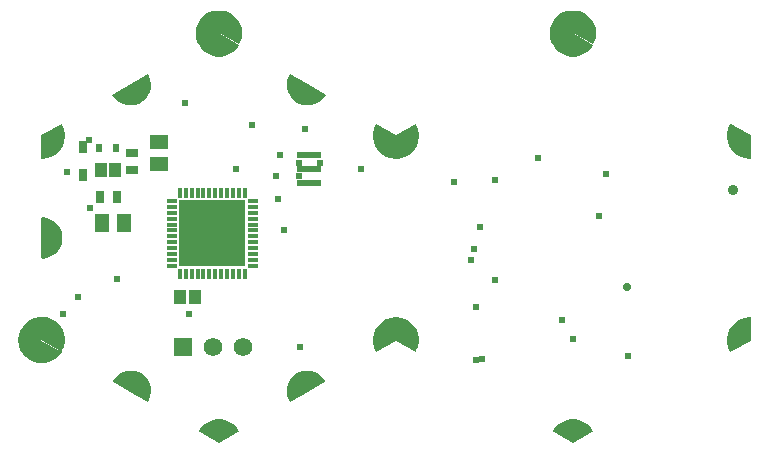
<source format=gbr>
%FSTAX23Y23*%
%MOIN*%
%SFA1B1*%

%IPPOS*%
%AMD57*
4,1,8,-0.023700,0.000000,-0.023700,0.000000,0.000000,-0.023700,0.000000,-0.023700,0.023700,0.000000,0.023700,0.000000,0.000000,0.023700,0.000000,0.023700,-0.023700,0.000000,0.0*
1,1,0.047370,0.000000,0.000000*
1,1,0.047370,0.000000,0.000000*
1,1,0.047370,0.000000,0.000000*
1,1,0.047370,0.000000,0.000000*
%
%AMD60*
4,1,8,-0.011800,0.020500,-0.011800,0.020500,-0.020500,-0.011800,-0.020500,-0.011800,0.011900,-0.020500,0.011900,-0.020500,0.020500,0.011800,0.020500,0.011800,-0.011800,0.020500,0.0*
1,1,0.047370,0.000000,0.000000*
1,1,0.047370,0.000000,0.000000*
1,1,0.047370,0.000000,0.000000*
1,1,0.047370,0.000000,0.000000*
%
%AMD61*
4,1,8,-0.011800,-0.020500,-0.011800,-0.020500,0.020500,-0.011800,0.020500,-0.011800,0.011800,0.020500,0.011800,0.020500,-0.020500,0.011800,-0.020500,0.011800,-0.011800,-0.020500,0.0*
1,1,0.047370,0.000000,0.000000*
1,1,0.047370,0.000000,0.000000*
1,1,0.047370,0.000000,0.000000*
1,1,0.047370,0.000000,0.000000*
%
%ADD32C,0.035000*%
%ADD33C,0.028000*%
%ADD34C,0.061811*%
%ADD35R,0.061811X0.061811*%
%ADD38R,0.033465X0.011811*%
%ADD41R,0.224409X0.224409*%
%ADD43R,0.011811X0.033465*%
%ADD47R,0.023622X0.031496*%
%ADD56R,0.029134X0.038976*%
G04~CAMADD=57~8~0.0~0.0~473.7~473.7~236.9~0.0~15~0.0~0.0~0.0~0.0~0~0.0~0.0~0.0~0.0~0~0.0~0.0~0.0~90.0~474.0~473.0*
%ADD57D57*%
G04~CAMADD=60~8~0.0~0.0~473.7~473.7~236.9~0.0~15~0.0~0.0~0.0~0.0~0~0.0~0.0~0.0~0.0~0~0.0~0.0~0.0~30.0~474.0~473.0*
%ADD60D60*%
G04~CAMADD=61~8~0.0~0.0~473.7~473.7~236.9~0.0~15~0.0~0.0~0.0~0.0~0~0.0~0.0~0.0~0.0~0~0.0~0.0~0.0~150.0~474.0~473.0*
%ADD61D61*%
%ADD62C,0.023748*%
%ADD63R,0.082803X0.023750*%
%ADD64R,0.039496X0.045401*%
%ADD65R,0.027685X0.043433*%
%ADD66R,0.038976X0.029134*%
%ADD67R,0.051000X0.063000*%
%ADD68R,0.063000X0.051000*%
G36*
X00604Y00755D02*
X00619Y00749D01*
X00632Y00739*
X00643Y00728*
X00651Y00714*
X00656Y00699*
X00658Y00683*
X00657Y00667*
X00652Y00652*
X00648Y00645*
X00581Y00684*
X00513Y00645*
X00509Y00652*
X00505Y00667*
X00503Y00683*
X00505Y00699*
X0051Y00714*
X00519Y00728*
X00529Y00739*
X00542Y00749*
X00557Y00755*
X00573Y00758*
X00589*
X00604Y00755*
G37*
G36*
X-00576D02*
X-00561Y00749D01*
X-00548Y00739*
X-00537Y00728*
X-00529Y00714*
X-00524Y00699*
X-00522Y00683*
X-00523Y00667*
X-00528Y00652*
X-00532Y00645*
X-006Y00684*
X-00667Y00645*
X-00671Y00652*
X-00676Y00667*
X-00677Y00683*
X-00675Y00699*
X-0067Y00714*
X-00662Y00728*
X-00651Y00739*
X-00638Y00749*
X-00623Y00755*
X-00607Y00758*
X-00592*
X-00576Y00755*
G37*
G36*
X00648Y00644D02*
X00645Y00638D01*
X00636Y00628*
X00626Y00619*
X00614Y00612*
X00601Y00607*
X00588Y00604*
X00574Y00604*
X0056Y00607*
X00547Y00612*
X00535Y00619*
X00525Y00628*
X00516Y00639*
X00513Y00645*
X00581Y00684*
X00648Y00644*
G37*
G36*
X-00532D02*
X-00535Y00638D01*
X-00544Y00628*
X-00554Y00619*
X-00566Y00612*
X-00579Y00607*
X-00593Y00604*
X-00606Y00604*
X-0062Y00607*
X-00633Y00612*
X-00645Y00619*
X-00655Y00628*
X-00664Y00639*
X-00667Y00645*
X-00599Y00684*
X-00532Y00644*
G37*
G36*
X-00363Y00547D02*
X-00363Y00547D01*
X-00303Y00513*
X-00244Y00478*
X-00244Y00478*
X-00244Y00478*
X-00247Y00472*
X-00256Y00462*
X-00267Y00453*
X-00279Y00447*
X-00292Y00443*
X-00306Y00442*
X-0032Y00443*
X-00333Y00448*
X-00339Y00451*
X-00345Y00455*
X-00355Y00464*
X-00363Y00475*
X-00369Y00487*
X-00373Y00501*
X-00374Y00515*
X-00371Y00528*
X-00367Y00541*
X-00363Y00547*
X-00363Y00547*
G37*
G36*
X-00833Y00541D02*
X-00828Y00528D01*
X-00826Y00515*
X-00826Y00501*
X-0083Y00487*
X-00836Y00475*
X-00844Y00464*
X-00854Y00455*
X-00866Y00448*
X-00879Y00443*
X-00893Y00442*
X-00907Y00443*
X-0092Y00447*
X-00932Y00453*
X-00943Y00462*
X-00952Y00472*
X-00955Y00478*
X-00955*
X-00836Y00547*
X-00833Y00541*
G37*
G36*
X-01124Y00381D02*
D01*
X-01124*
X-01124*
G37*
G36*
X-00009Y00343D02*
X00056Y00381D01*
X00059Y00375*
X00064Y00362*
X00067Y00348*
X00067Y00335*
X00065Y00321*
X0006Y00308*
X00053Y00296*
X00044Y00286*
X00034Y00277*
X00022Y0027*
X00009Y00266*
X-00004Y00264*
X-00009Y00264*
X-00014Y00264*
X-00027Y00266*
X-00041Y0027*
X-00053Y00277*
X-00063Y00286*
X-00072Y00296*
X-00079Y00308*
X-00084Y00321*
X-00086Y00335*
X-00086Y00348*
X-00083Y00362*
X-00078Y00375*
X-00075Y00381*
X-00009Y00343*
G37*
G36*
X-01124Y0038D02*
X-01124Y00381D01*
X-01121Y00375*
X-01116Y00362*
X-01113Y00348*
X-01113Y00335*
X-01115Y00321*
X-0112Y00308*
X-01127Y00296*
X-01136Y00286*
X-01146Y00277*
X-01146Y00277*
X-01146Y00277*
X-01159Y0027*
X-01172Y00265*
X-01185Y00263*
X-01192Y00264*
X-01192Y00342*
X-01124Y00381*
X-01124Y0038*
G37*
G36*
X01106Y0038D02*
X01106Y0038D01*
X01132Y00366*
X01173Y00342*
Y00342*
X01173Y00341*
X01173Y00294*
Y00264*
X01173Y00264*
Y00263*
X01166Y00263*
X01153Y00265*
X0114Y0027*
X01128Y00277*
X01117Y00285*
X01108Y00296*
X01105Y00302*
X01101Y00308*
X01096Y00321*
X01094Y00335*
X01094Y00348*
X01097Y00362*
X01102Y00375*
X01105Y00381*
X01106Y0038*
G37*
G36*
X-01171Y00066D02*
X-01159Y00061D01*
X-01147Y00054*
X-01137Y00044*
X-01129Y00033*
X-01124Y0002*
X-01121Y00006*
Y-00006*
X-01124Y-0002*
X-01129Y-00033*
X-01137Y-00044*
X-01147Y-00054*
X-01159Y-00061*
X-01171Y-00066*
X-01172Y-00066*
X-01172Y-00066*
X-01185Y-00069*
X-01192Y-00068*
X-01192Y00068*
X-01192Y00068*
Y00068*
X-01185Y00069*
X-01171Y00066*
G37*
G36*
X01173Y-00264D02*
D01*
Y-00342*
X01105Y-00381*
X01102Y-00375*
X01097Y-00362*
X01094Y-00348*
X01094Y-00335*
X01096Y-00321*
X01101Y-00308*
X01108Y-00296*
X01117Y-00286*
X01128Y-00277*
X0114Y-0027*
X01153Y-00266*
X01166Y-00264*
X01173Y-00264*
G37*
G36*
X00009Y-00266D02*
X00022Y-0027D01*
X00034Y-00277*
X00044Y-00286*
X00053Y-00296*
X0006Y-00308*
X00065Y-00321*
X00067Y-00335*
X00067Y-00348*
X00064Y-00362*
X00059Y-00375*
X00056Y-00381*
X-00009Y-00343*
X-00075Y-00381*
X-00078Y-00375*
X-00083Y-00362*
X-00086Y-00348*
X-00086Y-00335*
X-00084Y-00321*
X-00079Y-00308*
X-00072Y-00296*
X-00063Y-00286*
X-00053Y-00277*
X-00041Y-0027*
X-00027Y-00266*
X-00014Y-00264*
X-00009Y-00264*
X-00004Y-00264*
X00009Y-00266*
G37*
G36*
X-01171Y-00265D02*
X-01158Y-0027D01*
X-01146Y-00277*
X-01136Y-00285*
X-01127Y-00296*
X-0112Y-00308*
X-01115Y-00321*
X-01113Y-00334*
X-01113Y-00348*
X-01116Y-00362*
X-01121Y-00375*
X-01124Y-0038*
X-01192Y-00341*
X-01192Y-00263*
X-01185Y-00263*
X-01171Y-00265*
G37*
G36*
X00056Y-00381D02*
D01*
G37*
G36*
X-01192Y-00342D02*
X-01124Y-00381D01*
X-01129Y-00387*
X-0114Y-00399*
X-01153Y-00408*
X-01167Y-00414*
X-01183Y-00418*
X-01199Y-00417*
X-01215Y-00414*
X-01229Y-00407*
X-01242Y-00398*
X-01253Y-00386*
X-01261Y-00372*
X-01266Y-00357*
X-01268Y-00341*
X-01266Y-00325*
X-01261Y-0031*
X-01253Y-00296*
X-01243Y-00284*
X-0123Y-00274*
X-01216Y-00267*
X-012Y-00264*
X-01192Y-00264*
X-01192Y-00342*
G37*
G36*
X-00292Y-00443D02*
X-00279Y-00447D01*
X-00267Y-00453*
X-00256Y-00462*
X-00247Y-00472*
X-00244Y-00478*
X-00303Y-00513*
X-00363Y-00547*
X-00366Y-00541*
X-00371Y-00528*
X-00373Y-00515*
X-00373Y-00501*
X-00369Y-00487*
X-00363Y-00475*
X-00355Y-00464*
X-00345Y-00455*
X-00333Y-00448*
X-0032Y-00443*
X-00306Y-00442*
X-00292Y-00443*
G37*
G36*
X-00879Y-00443D02*
X-00866Y-00448D01*
X-0086Y-00451*
X-00854Y-00455*
X-00844Y-00464*
X-00836Y-00475*
X-0083Y-00487*
X-00826Y-00501*
X-00825Y-00515*
X-00828Y-00528*
X-00832Y-00541*
X-00836Y-00547*
X-00836Y-00547*
X-00836Y-00547*
X-00896Y-00513*
X-00955Y-00478*
X-00955Y-00478*
X-00955Y-00478*
X-00952Y-00472*
X-00943Y-00462*
X-00932Y-00453*
X-0092Y-00447*
X-00907Y-00443*
X-00893Y-00442*
X-00879Y-00443*
G37*
G36*
X00587Y-00604D02*
X00601Y-00607D01*
X00614Y-00612*
X00626Y-00619*
X00636Y-00628*
X00645Y-00639*
X00648Y-00645*
X00645Y-00647*
X00645Y-00647*
X00581Y-00684*
X00516Y-00647*
X00516Y-00646*
X00513Y-00644*
X00516Y-00638*
X00525Y-00628*
X00535Y-00619*
X00547Y-00612*
X0056Y-00607*
X00574Y-00604*
X00587Y-00604*
G37*
G36*
X-00593D02*
X-00579Y-00607D01*
X-00566Y-00612*
X-00554Y-00619*
X-00544Y-00628*
X-00535Y-00639*
X-00532Y-00645*
X-00535Y-00647*
X-00535Y-00647*
X-006Y-00684*
X-00664Y-00647*
X-00664Y-00646*
X-00667Y-00644*
X-00664Y-00638*
X-00655Y-00628*
X-00645Y-00619*
X-00633Y-00612*
X-0062Y-00607*
X-00606Y-00604*
X-00593Y-00604*
G37*
G54D32*
X01114Y00161D03*
G54D33*
X0076Y-00165D03*
G54D34*
X-00518Y-00362D03*
X-00618D03*
G54D35*
X-00718Y-00362D03*
G54D38*
X-00757Y00084D03*
X-00485Y00064D03*
X-00757D03*
Y00044D03*
X-00485Y00084D03*
Y00044D03*
X-00757Y00123D03*
Y00103D03*
Y00025D03*
Y00005D03*
Y-00014D03*
Y-00033D03*
Y-00053D03*
Y-00073D03*
Y-00092D03*
X-00485D03*
Y-00073D03*
Y-00053D03*
Y-00033D03*
Y-00014D03*
Y00005D03*
Y00025D03*
Y00103D03*
Y00123D03*
G54D41*
X-00621Y00015D03*
G54D43*
X-00592Y00151D03*
X-00572D03*
X-00611D03*
X-00729Y-0012D03*
X-0071D03*
X-0069D03*
X-0067D03*
X-00651D03*
X-00631D03*
X-00611D03*
X-00592D03*
X-00572D03*
X-00552D03*
X-00532D03*
X-00513D03*
Y00151D03*
X-00532D03*
X-00552D03*
X-00631D03*
X-00651D03*
X-0067D03*
X-0069D03*
X-0071D03*
X-00729D03*
G54D47*
X-00998Y00301D03*
X-00943D03*
G54D56*
X-00995Y00137D03*
X-0094D03*
G54D57*
X-00006Y-00305D03*
Y00305D03*
X-01163Y00325D03*
X01144Y-00325D03*
X-00318Y-00487D03*
X-00881Y00487D03*
G54D60*
X00581Y-0065D03*
Y0065D03*
X-006Y-0065D03*
Y0065D03*
X-00881Y-00487D03*
X-00318Y00487D03*
G54D61*
X-01163Y-00325D03*
X01144Y00325D03*
X-01163Y0D03*
G54D62*
X-0103Y001D03*
X-01118Y-00253D03*
X-0107Y-00196D03*
X-00313Y00363D03*
X-00329Y-00365D03*
X-00384Y00028D03*
X-00263Y00251D03*
X-00396Y00277D03*
X00251Y-00038D03*
X0024Y-00072D03*
X00278Y-00404D03*
X00321Y-0014D03*
X-01105Y00219D03*
X-00126Y0023D03*
X-00333Y00251D03*
X0027Y00035D03*
X00669Y00072D03*
X00545Y-00274D03*
X00581Y-00337D03*
X-00409Y00208D03*
X-00333D03*
X-00402Y00131D03*
X-00939Y-00137D03*
X-01034Y00325D03*
X00259Y-0023D03*
X00764Y-00393D03*
X00256Y-00406D03*
X-00713Y0045D03*
X00692Y00213D03*
X00322Y00193D03*
X00463Y00268D03*
X00185Y00185D03*
X-00544Y00229D03*
X-00488Y00376D03*
X-00698Y-00255D03*
G54D63*
X-00298Y00183D03*
Y0023D03*
Y00277D03*
G54D64*
X-00678Y-00197D03*
X-00994Y00227D03*
X-00728Y-00197D03*
X-00945Y00227D03*
G54D65*
X-01054Y00211D03*
Y00302D03*
G54D66*
X-0089Y00283D03*
Y00228D03*
G54D67*
X-00915Y0005D03*
X-00988D03*
G54D68*
X-00798Y00248D03*
Y00321D03*
M02*
</source>
